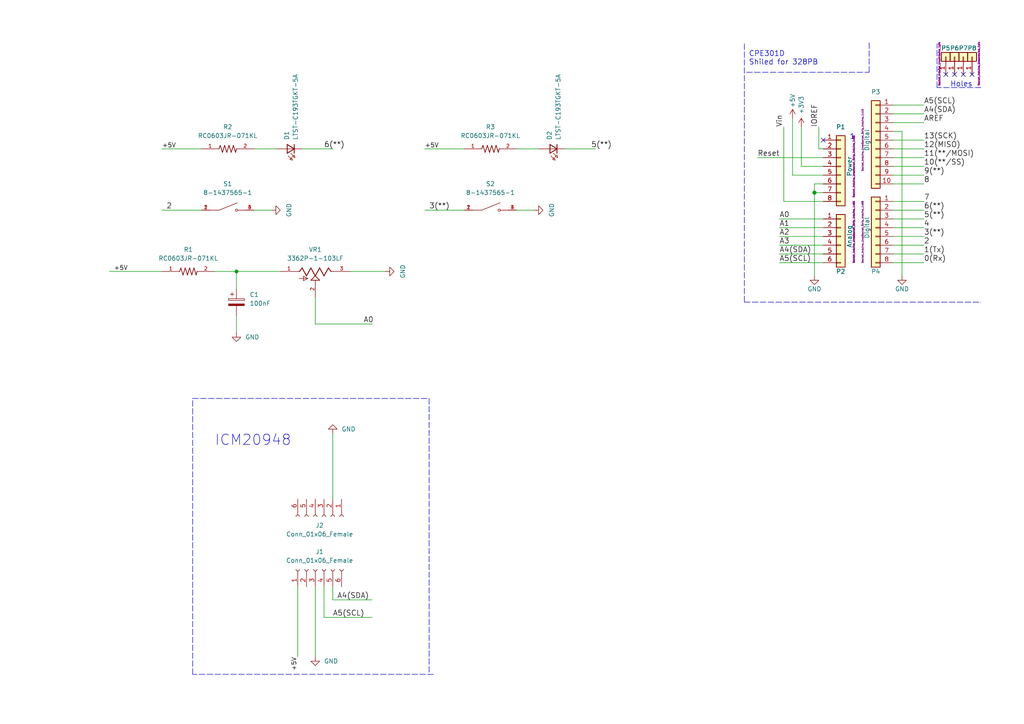
<source format=kicad_sch>
(kicad_sch (version 20211123) (generator eeschema)
  (paper "A4")
  (title_block (title "Shield") (date "lun. 30 mars 2015") (rev "1") (company "UNLV"))
  (lib_symbols
    (symbol "3362P-1-103LF:3362P-1-103LF" (pin_names (offset 1.016) hide)
      (property "Reference" "VR" (at -10.1854 2.54 0))
      (property "Value" "3362P-1-103LF" (at -10.16 -7.6454 0))
      (symbol "3362P-1-103LF_0_0"
        (polyline (pts (xy -5.08 0) (xy -4.572 0)) (stroke (width 0.1524)))
        (polyline (pts (xy -4.699 -2.032) (xy -2.159 -2.032)) (stroke (width 0.1524)))
        (polyline (pts (xy -4.572 0) (xy -3.81 1.016)) (stroke (width 0.254)))
        (polyline (pts (xy -3.81 1.016) (xy -2.54 -1.27)) (stroke (width 0.254)))
        (polyline (pts (xy -3.429 -2.667) (xy -3.429 -1.397)) (stroke (width 0.1524)))
        (polyline (pts (xy -3.429 -1.397) (xy -2.159 -2.032)) (stroke (width 0.1524)))
        (polyline (pts (xy -2.54 -1.27) (xy -1.27 1.016)) (stroke (width 0.254)))
        (polyline (pts (xy -2.159 -2.032) (xy -3.429 -2.667)) (stroke (width 0.1524)))
        (polyline (pts (xy -1.27 -2.54) (xy 0 -1.27)) (stroke (width 0.2032)))
        (polyline (pts (xy -1.27 1.016) (xy 0 -1.27)) (stroke (width 0.254)))
        (polyline (pts (xy 0 -1.27) (xy 1.27 -2.54)) (stroke (width 0.2032)))
        (polyline (pts (xy 0 -1.27) (xy 1.27 1.016)) (stroke (width 0.254)))
        (polyline (pts (xy 1.27 -2.54) (xy -1.27 -2.54)) (stroke (width 0.2032)))
        (polyline (pts (xy 1.27 1.016) (xy 2.54 -1.27)) (stroke (width 0.254)))
        (polyline (pts (xy 2.54 -1.27) (xy 3.81 1.016)) (stroke (width 0.254)))
        (polyline (pts (xy 3.81 1.016) (xy 4.572 0)) (stroke (width 0.254)))
        (polyline (pts (xy 4.572 0) (xy 5.08 0)) (stroke (width 0.1524)))
        (pin passive line (at -10.16 0 0) (length 5.08) (name "~") (number "1"))
        (pin passive line (at 0 -7.62 90) (length 5.08) (name "~") (number "2"))
        (pin passive line (at 10.16 0 180) (length 5.08) (name "~") (number "3"))
      )
    )
    (symbol "8-1437565-1:8-1437565-1" (pin_names (offset 1.016) hide)
      (property "Reference" "S" (at -2.54 2.54 0))
      (property "Value" "8-1437565-1" (at -2.54 -2.54 0))
      (symbol "8-1437565-1_0_0"
        (polyline (pts (xy -2.54 0) (xy -5.08 0)) (stroke (width 0.1524)))
        (polyline (pts (xy -2.54 0) (xy 2.794 2.1336)) (stroke (width 0.1524)))
        (polyline (pts (xy 5.08 0) (xy 2.921 0)) (stroke (width 0.1524)))
        (circle (center 2.54 0) (radius 0.3302) (stroke (width 0.1524)))
        (pin passive line (at -7.62 0 0) (length 2.54) (name "~") (number "1"))
        (pin passive line (at -7.62 0 0) (length 2.54) (name "~") (number "2"))
        (pin passive line (at 7.62 0 180) (length 2.54) (name "~") (number "3"))
        (pin passive line (at 7.62 0 180) (length 2.54) (name "~") (number "4"))
      )
    )
    (symbol "Connector:Conn_01x06_Female" (pin_names (offset 1.016) hide)
      (property "Reference" "J" (at 0 7.62 0))
      (property "Value" "Conn_01x06_Female" (at 0 -10.16 0))
      (symbol "Conn_01x06_Female_1_1"
        (arc (start 0 -7.112) (mid -0.508 -7.62) (end 0 -8.128) (stroke (width 0.1524)))
        (arc (start 0 -4.572) (mid -0.508 -5.08) (end 0 -5.588) (stroke (width 0.1524)))
        (arc (start 0 -2.032) (mid -0.508 -2.54) (end 0 -3.048) (stroke (width 0.1524)))
        (polyline (pts (xy -1.27 -7.62) (xy -0.508 -7.62)) (stroke (width 0.1524)))
        (polyline (pts (xy -1.27 -5.08) (xy -0.508 -5.08)) (stroke (width 0.1524)))
        (polyline (pts (xy -1.27 -2.54) (xy -0.508 -2.54)) (stroke (width 0.1524)))
        (polyline (pts (xy -1.27 0) (xy -0.508 0)) (stroke (width 0.1524)))
        (polyline (pts (xy -1.27 2.54) (xy -0.508 2.54)) (stroke (width 0.1524)))
        (polyline (pts (xy -1.27 5.08) (xy -0.508 5.08)) (stroke (width 0.1524)))
        (arc (start 0 0.508) (mid -0.508 0) (end 0 -0.508) (stroke (width 0.1524)))
        (arc (start 0 3.048) (mid -0.508 2.54) (end 0 2.032) (stroke (width 0.1524)))
        (arc (start 0 5.588) (mid -0.508 5.08) (end 0 4.572) (stroke (width 0.1524)))
        (pin passive line (at -5.08 5.08 0) (length 3.81) (name "Pin_1") (number "1"))
        (pin passive line (at -5.08 2.54 0) (length 3.81) (name "Pin_2") (number "2"))
        (pin passive line (at -5.08 0 0) (length 3.81) (name "Pin_3") (number "3"))
        (pin passive line (at -5.08 -2.54 0) (length 3.81) (name "Pin_4") (number "4"))
        (pin passive line (at -5.08 -5.08 0) (length 3.81) (name "Pin_5") (number "5"))
        (pin passive line (at -5.08 -7.62 0) (length 3.81) (name "Pin_6") (number "6"))
      )
    )
    (symbol "Connector_Generic:Conn_01x01" (pin_names (offset 1.016) hide)
      (property "Reference" "J" (at 0 2.54 0))
      (property "Value" "Conn_01x01" (at 0 -2.54 0))
      (symbol "Conn_01x01_1_1"
        (rectangle (start -1.27 0.127) (end 0 -0.127) (stroke (width 0.1524)))
        (rectangle (start -1.27 1.27) (end 1.27 -1.27) (stroke (width 0.254)) (fill (type background)))
        (pin passive line (at -5.08 0 0) (length 3.81) (name "Pin_1") (number "1"))
      )
    )
    (symbol "Connector_Generic:Conn_01x06" (pin_names (offset 1.016) hide)
      (property "Reference" "J" (at 0 7.62 0))
      (property "Value" "Conn_01x06" (at 0 -10.16 0))
      (symbol "Conn_01x06_1_1"
        (rectangle (start -1.27 -7.493) (end 0 -7.747) (stroke (width 0.1524)))
        (rectangle (start -1.27 -4.953) (end 0 -5.207) (stroke (width 0.1524)))
        (rectangle (start -1.27 -2.413) (end 0 -2.667) (stroke (width 0.1524)))
        (rectangle (start -1.27 0.127) (end 0 -0.127) (stroke (width 0.1524)))
        (rectangle (start -1.27 2.667) (end 0 2.413) (stroke (width 0.1524)))
        (rectangle (start -1.27 5.207) (end 0 4.953) (stroke (width 0.1524)))
        (rectangle (start -1.27 6.35) (end 1.27 -8.89) (stroke (width 0.254)) (fill (type background)))
        (pin passive line (at -5.08 5.08 0) (length 3.81) (name "Pin_1") (number "1"))
        (pin passive line (at -5.08 2.54 0) (length 3.81) (name "Pin_2") (number "2"))
        (pin passive line (at -5.08 0 0) (length 3.81) (name "Pin_3") (number "3"))
        (pin passive line (at -5.08 -2.54 0) (length 3.81) (name "Pin_4") (number "4"))
        (pin passive line (at -5.08 -5.08 0) (length 3.81) (name "Pin_5") (number "5"))
        (pin passive line (at -5.08 -7.62 0) (length 3.81) (name "Pin_6") (number "6"))
      )
    )
    (symbol "Connector_Generic:Conn_01x08" (pin_names (offset 1.016) hide)
      (property "Reference" "J" (at 0 10.16 0))
      (property "Value" "Conn_01x08" (at 0 -12.7 0))
      (symbol "Conn_01x08_1_1"
        (rectangle (start -1.27 -10.033) (end 0 -10.287) (stroke (width 0.1524)))
        (rectangle (start -1.27 -7.493) (end 0 -7.747) (stroke (width 0.1524)))
        (rectangle (start -1.27 -4.953) (end 0 -5.207) (stroke (width 0.1524)))
        (rectangle (start -1.27 -2.413) (end 0 -2.667) (stroke (width 0.1524)))
        (rectangle (start -1.27 0.127) (end 0 -0.127) (stroke (width 0.1524)))
        (rectangle (start -1.27 2.667) (end 0 2.413) (stroke (width 0.1524)))
        (rectangle (start -1.27 5.207) (end 0 4.953) (stroke (width 0.1524)))
        (rectangle (start -1.27 7.747) (end 0 7.493) (stroke (width 0.1524)))
        (rectangle (start -1.27 8.89) (end 1.27 -11.43) (stroke (width 0.254)) (fill (type background)))
        (pin passive line (at -5.08 7.62 0) (length 3.81) (name "Pin_1") (number "1"))
        (pin passive line (at -5.08 5.08 0) (length 3.81) (name "Pin_2") (number "2"))
        (pin passive line (at -5.08 2.54 0) (length 3.81) (name "Pin_3") (number "3"))
        (pin passive line (at -5.08 0 0) (length 3.81) (name "Pin_4") (number "4"))
        (pin passive line (at -5.08 -2.54 0) (length 3.81) (name "Pin_5") (number "5"))
        (pin passive line (at -5.08 -5.08 0) (length 3.81) (name "Pin_6") (number "6"))
        (pin passive line (at -5.08 -7.62 0) (length 3.81) (name "Pin_7") (number "7"))
        (pin passive line (at -5.08 -10.16 0) (length 3.81) (name "Pin_8") (number "8"))
      )
    )
    (symbol "Connector_Generic:Conn_01x10" (pin_names (offset 1.016) hide)
      (property "Reference" "J" (at 0 12.7 0))
      (property "Value" "Conn_01x10" (at 0 -15.24 0))
      (symbol "Conn_01x10_1_1"
        (rectangle (start -1.27 -12.573) (end 0 -12.827) (stroke (width 0.1524)))
        (rectangle (start -1.27 -10.033) (end 0 -10.287) (stroke (width 0.1524)))
        (rectangle (start -1.27 -7.493) (end 0 -7.747) (stroke (width 0.1524)))
        (rectangle (start -1.27 -4.953) (end 0 -5.207) (stroke (width 0.1524)))
        (rectangle (start -1.27 -2.413) (end 0 -2.667) (stroke (width 0.1524)))
        (rectangle (start -1.27 0.127) (end 0 -0.127) (stroke (width 0.1524)))
        (rectangle (start -1.27 2.667) (end 0 2.413) (stroke (width 0.1524)))
        (rectangle (start -1.27 5.207) (end 0 4.953) (stroke (width 0.1524)))
        (rectangle (start -1.27 7.747) (end 0 7.493) (stroke (width 0.1524)))
        (rectangle (start -1.27 10.287) (end 0 10.033) (stroke (width 0.1524)))
        (rectangle (start -1.27 11.43) (end 1.27 -13.97) (stroke (width 0.254)) (fill (type background)))
        (pin passive line (at -5.08 10.16 0) (length 3.81) (name "Pin_1") (number "1"))
        (pin passive line (at -5.08 -12.7 0) (length 3.81) (name "Pin_10") (number "10"))
        (pin passive line (at -5.08 7.62 0) (length 3.81) (name "Pin_2") (number "2"))
        (pin passive line (at -5.08 5.08 0) (length 3.81) (name "Pin_3") (number "3"))
        (pin passive line (at -5.08 2.54 0) (length 3.81) (name "Pin_4") (number "4"))
        (pin passive line (at -5.08 0 0) (length 3.81) (name "Pin_5") (number "5"))
        (pin passive line (at -5.08 -2.54 0) (length 3.81) (name "Pin_6") (number "6"))
        (pin passive line (at -5.08 -5.08 0) (length 3.81) (name "Pin_7") (number "7"))
        (pin passive line (at -5.08 -7.62 0) (length 3.81) (name "Pin_8") (number "8"))
        (pin passive line (at -5.08 -10.16 0) (length 3.81) (name "Pin_9") (number "9"))
      )
    )
    (symbol "Device:C_Polarized" (pin_numbers hide) (pin_names (offset 0.254))
      (property "Reference" "C" (at 0.635 2.54 0))
      (property "Value" "C_Polarized" (at 0.635 -2.54 0))
      (symbol "C_Polarized_0_1"
        (rectangle (start -2.286 0.508) (end 2.286 1.016))
        (polyline (pts (xy -1.778 2.286) (xy -0.762 2.286)))
        (polyline (pts (xy -1.27 2.794) (xy -1.27 1.778)))
        (rectangle (start 2.286 -0.508) (end -2.286 -1.016) (fill (type outline)))
      )
      (symbol "C_Polarized_1_1"
        (pin passive line (at 0 3.81 270) (length 2.794) (name "~") (number "1"))
        (pin passive line (at 0 -3.81 90) (length 2.794) (name "~") (number "2"))
      )
    )
    (symbol "LTST-C193TGKT-5A:LTST-C193TGKT-5A" (pin_numbers hide) (pin_names (offset 1.016) hide)
      (property "Reference" "D" (at 2.54 2.54 0))
      (property "Value" "LTST-C193TGKT-5A" (at 2.54 0 0))
      (symbol "LTST-C193TGKT-5A_0_0"
        (polyline (pts (xy -2.032 1.524) (xy -2.921 0.635)) (stroke (width 0.1524)))
        (polyline (pts (xy -1.27 0.762) (xy -2.159 -0.127)) (stroke (width 0.1524)))
        (polyline (pts (xy 0 -0.254) (xy -1.27 -0.254)) (stroke (width 0.254)))
        (polyline (pts (xy 0 -0.254) (xy -1.27 1.778)) (stroke (width 0.254)))
        (polyline (pts (xy 1.27 -0.254) (xy 0 -0.254)) (stroke (width 0.254)))
        (polyline (pts (xy 1.27 1.778) (xy -1.27 1.778)) (stroke (width 0.254)))
        (polyline (pts (xy 1.27 1.778) (xy 0 -0.254)) (stroke (width 0.254)))
        (polyline (pts (xy -3.048 1.016) (xy -3.302 0.254) (xy -2.54 0.508) (xy -3.048 1.016)) (stroke (width 0.1524)) (fill (type background)))
        (polyline (pts (xy -2.286 0.254) (xy -2.54 -0.508) (xy -1.778 -0.254) (xy -2.286 0.254)) (stroke (width 0.1524)) (fill (type background)))
        (pin passive line (at 0 -2.54 90) (length 2.54) (name "~") (number "1"))
        (pin passive line (at 0 5.08 270) (length 5.08) (name "~") (number "2"))
      )
    )
    (symbol "RC0603JR-071KL:RC0603JR-071KL" (pin_names (offset 1.016) hide)
      (property "Reference" "R" (at -3.81 1.4986 0))
      (property "Value" "RC0603JR-071KL" (at -3.81 -3.302 0))
      (symbol "RC0603JR-071KL_0_0"
        (polyline (pts (xy -2.54 0) (xy -2.159 1.016)) (stroke (width 0.2032)))
        (polyline (pts (xy -2.159 1.016) (xy -1.524 -1.016)) (stroke (width 0.2032)))
        (polyline (pts (xy -1.524 -1.016) (xy -0.889 1.016)) (stroke (width 0.2032)))
        (polyline (pts (xy -0.889 1.016) (xy -0.254 -1.016)) (stroke (width 0.2032)))
        (polyline (pts (xy -0.254 -1.016) (xy 0.381 1.016)) (stroke (width 0.2032)))
        (polyline (pts (xy 0.381 1.016) (xy 1.016 -1.016)) (stroke (width 0.2032)))
        (polyline (pts (xy 1.016 -1.016) (xy 1.651 1.016)) (stroke (width 0.2032)))
        (polyline (pts (xy 1.651 1.016) (xy 2.286 -1.016)) (stroke (width 0.2032)))
        (polyline (pts (xy 2.286 -1.016) (xy 2.54 0)) (stroke (width 0.2032)))
        (pin passive line (at -7.62 0 0) (length 5.08) (name "~") (number "1"))
        (pin passive line (at 7.62 0 180) (length 5.08) (name "~") (number "2"))
      )
    )
    (symbol "power:+3.3V" (power) (pin_names (offset 0))
      (property "Value" "+3.3V" (at 0 3.556 0))
      (symbol "+3.3V_0_1"
        (polyline (pts (xy -0.762 1.27) (xy 0 2.54)))
        (polyline (pts (xy 0 0) (xy 0 2.54)))
        (polyline (pts (xy 0 2.54) (xy 0.762 1.27)))
      )
      (symbol "+3.3V_1_1"
        (pin power_in line (at 0 0 90) (length 0) hide (name "+3V3") (number "1"))
      )
    )
    (symbol "power:+5V" (power) (pin_names (offset 0))
      (property "Value" "+5V" (at 0 3.556 0))
      (symbol "+5V_0_1"
        (polyline (pts (xy -0.762 1.27) (xy 0 2.54)))
        (polyline (pts (xy 0 0) (xy 0 2.54)))
        (polyline (pts (xy 0 2.54) (xy 0.762 1.27)))
      )
      (symbol "+5V_1_1"
        (pin power_in line (at 0 0 90) (length 0) hide (name "+5V") (number "1"))
      )
    )
    (symbol "power:GND" (power) (pin_names (offset 0))
      (property "Value" "GND" (at 0 -3.81 0))
      (symbol "GND_0_1"
        (polyline (pts (xy 0 0) (xy 0 -1.27) (xy 1.27 -1.27) (xy 0 -2.54) (xy -1.27 -1.27) (xy 0 -1.27)))
      )
      (symbol "GND_1_1"
        (pin power_in line (at 0 0 270) (length 0) hide (name "GND") (number "1"))
      )
    )
  )
  (junction (at 68.58 78.74))
  (junction (at 236.22 55.88) (diameter 1.016))
  (no_connect (at 279.4 21.59))
  (no_connect (at 274.32 21.59))
  (no_connect (at 276.86 21.59))
  (no_connect (at 281.94 21.59))
  (no_connect (at 238.76 40.64))
  (wire (pts (xy 163.83 43.18) (xy 172.72 43.18)))
  (wire (pts (xy 238.76 48.26) (xy 232.41 48.26)))
  (wire (pts (xy 93.98 170.18) (xy 93.98 179.07)))
  (wire (pts (xy 238.76 71.12) (xy 226.06 71.12)))
  (polyline (pts (xy 252.095 20.955) (xy 252.095 12.065)) (stroke (width 0) (type dash)))
  (wire (pts (xy 62.23 78.74) (xy 68.58 78.74)))
  (wire (pts (xy 259.08 63.5) (xy 267.97 63.5)))
  (wire (pts (xy 91.44 170.18) (xy 91.44 190.5)))
  (wire (pts (xy 46.99 43.18) (xy 58.42 43.18)))
  (wire (pts (xy 96.52 173.99) (xy 107.95 173.99)))
  (polyline (pts (xy 55.88 115.57) (xy 124.46 115.57)))
  (wire (pts (xy 236.22 53.34) (xy 236.22 55.88)))
  (wire (pts (xy 73.66 60.96) (xy 78.74 60.96)))
  (polyline (pts (xy 124.46 115.57) (xy 124.46 195.58)))
  (wire (pts (xy 91.44 93.98) (xy 107.95 93.98)))
  (wire (pts (xy 93.98 179.07) (xy 107.95 179.07)))
  (wire (pts (xy 259.08 43.18) (xy 267.97 43.18)))
  (wire (pts (xy 261.62 38.1) (xy 261.62 80.01)))
  (wire (pts (xy 238.76 53.34) (xy 236.22 53.34)))
  (polyline (pts (xy 55.88 195.58) (xy 55.88 115.57)))
  (wire (pts (xy 259.08 53.34) (xy 267.97 53.34)))
  (wire (pts (xy 237.49 43.18) (xy 238.76 43.18)))
  (wire (pts (xy 238.76 50.8) (xy 229.87 50.8)))
  (wire (pts (xy 123.19 43.18) (xy 134.62 43.18)))
  (wire (pts (xy 259.08 40.64) (xy 267.97 40.64)))
  (wire (pts (xy 149.86 60.96) (xy 154.94 60.96)))
  (wire (pts (xy 259.08 58.42) (xy 267.97 58.42)))
  (wire (pts (xy 238.76 66.04) (xy 226.06 66.04)))
  (wire (pts (xy 259.08 30.48) (xy 267.97 30.48)))
  (wire (pts (xy 259.08 71.12) (xy 267.97 71.12)))
  (wire (pts (xy 101.6 78.74) (xy 111.76 78.74)))
  (wire (pts (xy 238.76 58.42) (xy 227.33 58.42)))
  (wire (pts (xy 123.19 60.96) (xy 134.62 60.96)))
  (wire (pts (xy 73.66 43.18) (xy 80.01 43.18)))
  (wire (pts (xy 238.76 63.5) (xy 226.06 63.5)))
  (wire (pts (xy 259.08 45.72) (xy 267.97 45.72)))
  (wire (pts (xy 238.76 73.66) (xy 226.06 73.66)))
  (polyline (pts (xy 284.48 25.4) (xy 271.78 25.4)) (stroke (width 0) (type dash)))
  (wire (pts (xy 238.76 45.72) (xy 219.71 45.72)))
  (wire (pts (xy 259.08 38.1) (xy 261.62 38.1)))
  (wire (pts (xy 238.76 55.88) (xy 236.22 55.88)))
  (polyline (pts (xy 125.73 195.58) (xy 55.88 195.58)))
  (wire (pts (xy 259.08 50.8) (xy 267.97 50.8)))
  (wire (pts (xy 86.36 170.18) (xy 86.36 190.5)))
  (wire (pts (xy 236.22 55.88) (xy 236.22 80.01)))
  (wire (pts (xy 227.33 58.42) (xy 227.33 36.83)))
  (polyline (pts (xy 215.9 87.63) (xy 284.48 87.63)) (stroke (width 0) (type dash)))
  (wire (pts (xy 68.58 78.74) (xy 68.58 83.82)))
  (wire (pts (xy 259.08 68.58) (xy 267.97 68.58)))
  (wire (pts (xy 238.76 76.2) (xy 226.06 76.2)))
  (wire (pts (xy 259.08 73.66) (xy 267.97 73.66)))
  (polyline (pts (xy 271.78 25.4) (xy 271.78 12.7)) (stroke (width 0) (type dash)))
  (wire (pts (xy 149.86 43.18) (xy 156.21 43.18)))
  (wire (pts (xy 259.08 60.96) (xy 267.97 60.96)))
  (wire (pts (xy 31.75 78.74) (xy 46.99 78.74)))
  (wire (pts (xy 68.58 91.44) (xy 68.58 96.52)))
  (wire (pts (xy 229.87 50.8) (xy 229.87 34.29)))
  (wire (pts (xy 46.99 60.96) (xy 58.42 60.96)))
  (wire (pts (xy 259.08 33.02) (xy 267.97 33.02)))
  (wire (pts (xy 96.52 170.18) (xy 96.52 173.99)))
  (wire (pts (xy 259.08 66.04) (xy 267.97 66.04)))
  (wire (pts (xy 259.08 35.56) (xy 267.97 35.56)))
  (wire (pts (xy 96.52 125.73) (xy 96.52 144.78)))
  (polyline (pts (xy 215.9 12.7) (xy 215.9 87.63)) (stroke (width 0) (type dash)))
  (wire (pts (xy 232.41 48.26) (xy 232.41 36.83)))
  (wire (pts (xy 237.49 36.83) (xy 237.49 43.18)))
  (wire (pts (xy 68.58 78.74) (xy 81.28 78.74)))
  (wire (pts (xy 259.08 76.2) (xy 267.97 76.2)))
  (wire (pts (xy 259.08 48.26) (xy 267.97 48.26)))
  (wire (pts (xy 91.44 86.36) (xy 91.44 93.98)))
  (wire (pts (xy 87.63 43.18) (xy 96.52 43.18)))
  (wire (pts (xy 238.76 68.58) (xy 226.06 68.58)))
  (polyline (pts (xy 216.535 20.955) (xy 252.095 20.955)) (stroke (width 0) (type dash)))
  (text "ICM20948" (at 62.23 129.54 0) (effects (font (size 3 3)) (justify left bottom)))
  (text "Holes" (at 275.59 25.4 0) (effects (font (size 1.524 1.524)) (justify left bottom)))
  (text "CPE301D\nShiled for 328PB" (at 217.17 19.05 0) (effects (font (size 1.524 1.524)) (justify left bottom)))
  (text "1" (at 246.38 40.64 0) (effects (font (size 1.524 1.524)) (justify left bottom)))
  (label "Vin" (at 227.33 36.83 90) (effects (font (size 1.524 1.524))))
  (label "0(Rx)" (at 267.97 76.2 0) (effects (font (size 1.524 1.524))))
  (label "A4(SDA)" (at 226.06 73.66 0) (effects (font (size 1.524 1.524))))
  (label "A0" (at 105.41 93.98 0) (effects (font (size 1.524 1.524))))
  (label "+5V" (at 86.36 190.5 270))
  (label "4" (at 267.97 66.04 0) (effects (font (size 1.524 1.524))))
  (label "6(**)" (at 93.98 43.18 0) (effects (font (size 1.524 1.524))))
  (label "5(**)" (at 267.97 63.5 0) (effects (font (size 1.524 1.524))))
  (label "A2" (at 226.06 68.58 0) (effects (font (size 1.524 1.524))))
  (label "A5(SCL)" (at 226.06 76.2 0) (effects (font (size 1.524 1.524))))
  (label "A5(SCL)" (at 96.52 179.07 0) (effects (font (size 1.524 1.524))))
  (label "A0" (at 226.06 63.5 0) (effects (font (size 1.524 1.524))))
  (label "3(**)" (at 124.46 60.96 0) (effects (font (size 1.524 1.524))))
  (label "A1" (at 226.06 66.04 0) (effects (font (size 1.524 1.524))))
  (label "+5V" (at 46.99 43.18 0))
  (label "5(**)" (at 171.45 43.18 0) (effects (font (size 1.524 1.524))))
  (label "10(**/SS)" (at 267.97 48.26 0) (effects (font (size 1.524 1.524))))
  (label "+5V" (at 123.19 43.18 0))
  (label "13(SCK)" (at 267.97 40.64 0) (effects (font (size 1.524 1.524))))
  (label "7" (at 267.97 58.42 0) (effects (font (size 1.524 1.524))))
  (label "A4(SDA)" (at 267.97 33.02 0) (effects (font (size 1.524 1.524))))
  (label "2" (at 48.26 60.96 0) (effects (font (size 1.524 1.524))))
  (label "A3" (at 226.06 71.12 0) (effects (font (size 1.524 1.524))))
  (label "Reset" (at 219.71 45.72 0) (effects (font (size 1.524 1.524))))
  (label "2" (at 267.97 71.12 0) (effects (font (size 1.524 1.524))))
  (label "12(MISO)" (at 267.97 43.18 0) (effects (font (size 1.524 1.524))))
  (label "+5V" (at 33.02 78.74 0))
  (label "3(**)" (at 267.97 68.58 0) (effects (font (size 1.524 1.524))))
  (label "9(**)" (at 267.97 50.8 0) (effects (font (size 1.524 1.524))))
  (label "8" (at 267.97 53.34 0) (effects (font (size 1.524 1.524))))
  (label "A5(SCL)" (at 267.97 30.48 0) (effects (font (size 1.524 1.524))))
  (label "A4(SDA)" (at 97.79 173.99 0) (effects (font (size 1.524 1.524))))
  (label "IOREF" (at 237.49 36.83 90) (effects (font (size 1.524 1.524))))
  (label "AREF" (at 267.97 35.56 0) (effects (font (size 1.524 1.524))))
  (label "11(**/MOSI)" (at 267.97 45.72 0) (effects (font (size 1.524 1.524))))
  (label "1(Tx)" (at 267.97 73.66 0) (effects (font (size 1.524 1.524))))
  (label "6(**)" (at 267.97 60.96 0) (effects (font (size 1.524 1.524))))
  (symbol (lib_id "Connector_Generic:Conn_01x08") (at 243.84 48.26 0) (unit 1)
    (property "Reference" "P1" (at 243.84 36.83 0))
    (property "Value" "Power" (at 246.38 48.26 90))
    (property "Footprint" "Socket_Arduino_Uno:Socket_Strip_Arduino_1x08" (at 247.65 48.26 90) (effects (font (size 0.508 0.508))))
  )
  (symbol (lib_id "power:+3.3V") (at 232.41 36.83 0) (unit 1)
    (property "Reference" "#PWR01" (effects hide))
    (property "Value" "+3.3V" (at 232.41 30.48 90))
  )
  (symbol (lib_id "power:+5V") (at 229.87 34.29 0) (unit 1)
    (property "Reference" "#PWR02" (effects hide))
    (property "Value" "+5V" (at 229.87 29.21 90))
  )
  (symbol (lib_id "power:GND") (at 236.22 80.01 0) (unit 1)
    (property "Reference" "#PWR03" (effects hide))
    (property "Value" "GND" (at 236.22 83.82 0))
  )
  (symbol (lib_id "power:GND") (at 261.62 80.01 0) (unit 1)
    (property "Reference" "#PWR04" (effects hide))
    (property "Value" "GND" (at 261.62 83.82 0))
  )
  (symbol (lib_id "Connector_Generic:Conn_01x06") (at 243.84 68.58 0) (unit 1)
    (property "Reference" "P2" (at 243.84 78.74 0))
    (property "Value" "Analog" (at 246.38 68.58 90))
    (property "Footprint" "Socket_Arduino_Uno:Socket_Strip_Arduino_1x06" (at 247.65 67.31 90) (effects (font (size 0.508 0.508))))
  )
  (symbol (lib_id "Connector_Generic:Conn_01x01") (at 274.32 16.51 90) (unit 1)
    (property "Reference" "P5" (at 274.32 13.97 90))
    (property "Value" "CONN_01X01" (effects hide))
    (property "Footprint" "Socket_Arduino_Uno:Arduino_1pin" (at 272.4404 18.5166 0) (effects (font (size 0.508 0.508))))
  )
  (symbol (lib_id "Connector_Generic:Conn_01x01") (at 276.86 16.51 90) (unit 1)
    (property "Reference" "P6" (at 276.86 13.97 90))
    (property "Value" "CONN_01X01" (effects hide))
    (property "Footprint" "Socket_Arduino_Uno:Arduino_1pin" (effects hide))
  )
  (symbol (lib_id "Connector_Generic:Conn_01x01") (at 279.4 16.51 90) (unit 1)
    (property "Reference" "P7" (at 279.4 13.97 90))
    (property "Value" "CONN_01X01" (effects hide))
    (property "Footprint" "Socket_Arduino_Uno:Arduino_1pin" (effects hide))
  )
  (symbol (lib_id "Connector_Generic:Conn_01x01") (at 281.94 16.51 90) (unit 1)
    (property "Reference" "P8" (at 281.94 13.97 90))
    (property "Value" "CONN_01X01" (effects hide))
    (property "Footprint" "Socket_Arduino_Uno:Arduino_1pin" (at 283.9212 18.4404 0) (effects (font (size 0.508 0.508))))
  )
  (symbol (lib_id "Connector_Generic:Conn_01x08") (at 254 66.04 0) (mirror y) (unit 1)
    (property "Reference" "P4" (at 254 78.74 0))
    (property "Value" "Digital" (at 251.46 66.04 90))
    (property "Footprint" "Socket_Arduino_Uno:Socket_Strip_Arduino_1x08" (at 250.19 67.31 90) (effects (font (size 0.508 0.508))))
  )
  (symbol (lib_id "Connector_Generic:Conn_01x10") (at 254 40.64 0) (mirror y) (unit 1)
    (property "Reference" "P3" (at 254 26.67 0))
    (property "Value" "Digital" (at 251.46 40.64 90))
    (property "Footprint" "Socket_Arduino_Uno:Socket_Strip_Arduino_1x10" (at 250.19 40.64 90) (effects (font (size 0.508 0.508))))
  )
  (symbol (lib_id "RC0603JR-071KL:RC0603JR-071KL") (at 142.24 43.18 0) (unit 1)
    (property "Reference" "R3" (at 142.24 36.83 0))
    (property "Value" "RC0603JR-071KL" (at 142.24 39.37 0))
    (property "Footprint" "partz:RESC1607X60N" (effects hide))
  )
  (symbol (lib_id "power:GND") (at 78.74 60.96 90) (unit 1)
    (property "Reference" "#PWR0102" (effects hide))
    (property "Value" "GND" (at 83.82 60.96 0))
  )
  (symbol (lib_id "Connector:Conn_01x06_Female") (at 93.98 149.86 270) (unit 1)
    (property "Reference" "J2" (at 92.71 152.4 90))
    (property "Value" "Conn_01x06_Female" (at 92.71 154.94 90))
    (property "Footprint" "Connector_PinHeader_2.54mm:PinHeader_1x06_P2.54mm_Vertical" (effects hide))
  )
  (symbol (lib_id "RC0603JR-071KL:RC0603JR-071KL") (at 54.61 78.74 0) (unit 1)
    (property "Reference" "R1" (at 54.61 72.39 0))
    (property "Value" "RC0603JR-071KL" (at 54.61 74.93 0))
    (property "Footprint" "partz:RESC1607X60N" (effects hide))
  )
  (symbol (lib_id "power:GND") (at 68.58 96.52 0) (unit 1)
    (property "Reference" "#PWR0104" (effects hide))
    (property "Value" "GND" (at 71.12 97.7899 0) (effects (justify left)))
  )
  (symbol (lib_id "8-1437565-1:8-1437565-1") (at 66.04 60.96 0) (unit 1)
    (property "Reference" "S1" (at 66.04 53.34 0))
    (property "Value" "8-1437565-1" (at 66.04 55.88 0))
    (property "Footprint" "partz:SW_8-1437565-1" (effects hide))
    (property "Comment" "8-1437565-1" (effects hide))
  )
  (symbol (lib_id "power:GND") (at 91.44 190.5 0) (unit 1)
    (property "Reference" "#PWR0106" (effects hide))
    (property "Value" "GND" (at 93.98 191.7699 0) (effects (justify left)))
  )
  (symbol (lib_id "power:GND") (at 154.94 60.96 90) (unit 1)
    (property "Reference" "#PWR0101" (effects hide))
    (property "Value" "GND" (at 160.02 60.96 0))
  )
  (symbol (lib_id "power:GND") (at 111.76 78.74 90) (unit 1)
    (property "Reference" "#PWR0103" (effects hide))
    (property "Value" "GND" (at 116.84 78.74 0))
  )
  (symbol (lib_id "8-1437565-1:8-1437565-1") (at 142.24 60.96 0) (unit 1)
    (property "Reference" "S2" (at 142.24 53.34 0))
    (property "Value" "8-1437565-1" (at 142.24 55.88 0))
    (property "Footprint" "partz:SW_8-1437565-1" (effects hide))
    (property "Comment" "8-1437565-1" (effects hide))
  )
  (symbol (lib_id "3362P-1-103LF:3362P-1-103LF") (at 91.44 78.74 0) (unit 1)
    (property "Reference" "VR1" (at 91.44 72.39 0))
    (property "Value" "3362P-1-103LF" (at 91.44 74.93 0))
    (property "Footprint" "partz:TRIM_3362P-1-103LF" (effects hide))
    (property "MF" "Bourns" (effects hide))
    (property "PARTREV" "08/26/10" (effects hide))
    (property "STANDARD" "Manufacturer Recommendation" (effects hide))
    (property "MP" "3362P-1-205LF" (effects hide))
  )
  (symbol (lib_id "Connector:Conn_01x06_Female") (at 91.44 165.1 90) (unit 1)
    (property "Reference" "J1" (at 92.71 160.02 90))
    (property "Value" "Conn_01x06_Female" (at 92.71 162.56 90))
    (property "Footprint" "Connector_PinHeader_2.54mm:PinHeader_1x06_P2.54mm_Vertical" (effects hide))
  )
  (symbol (lib_id "LTST-C193TGKT-5A:LTST-C193TGKT-5A") (at 85.09 43.18 90) (unit 1)
    (property "Reference" "D1" (at 83.1595 40.64 0) (effects (justify left)))
    (property "Value" "LTST-C193TGKT-5A" (at 85.6995 40.64 0) (effects (justify left)))
    (property "Footprint" "0603" (effects hide))
  )
  (symbol (lib_id "power:GND") (at 96.52 125.73 180) (unit 1)
    (property "Reference" "#PWR0105" (effects hide))
    (property "Value" "GND" (at 99.06 124.4599 0) (effects (justify right)))
  )
  (symbol (lib_id "Device:C_Polarized") (at 68.58 87.63 0) (unit 1)
    (property "Reference" "C1" (at 72.39 85.4709 0) (effects (justify left)))
    (property "Value" "100nF" (at 72.39 88.0109 0) (effects (justify left)))
    (property "Footprint" "Capacitor_THT:CP_Radial_D5.0mm_P2.50mm" (effects hide))
  )
  (symbol (lib_id "RC0603JR-071KL:RC0603JR-071KL") (at 66.04 43.18 0) (unit 1)
    (property "Reference" "R2" (at 66.04 36.83 0))
    (property "Value" "RC0603JR-071KL" (at 66.04 39.37 0))
    (property "Footprint" "partz:RESC1607X60N" (effects hide))
  )
  (symbol (lib_id "LTST-C193TGKT-5A:LTST-C193TGKT-5A") (at 161.29 43.18 90) (unit 1)
    (property "Reference" "D2" (at 159.3595 40.64 0) (effects (justify left)))
    (property "Value" "LTST-C193TGKT-5A" (at 161.8995 40.64 0) (effects (justify left)))
    (property "Footprint" "0603" (effects hide))
  )
)
</source>
